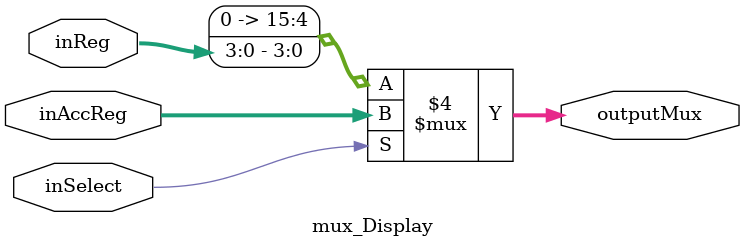
<source format=v>
`timescale 1ns / 1ps

module mux_Display(inReg, inAccReg, inSelect, outputMux);

//input from Input Register
input [3:0] inReg;
//input from Account Register
input [15:0] inAccReg;
//selector
input inSelect;
//Final Output, this is the output that we see in the simulation
output reg [15:0] outputMux;

//fire when something change
always @ (*)
    //if select is 0, then the output will be the input register
    if(inSelect == 0)
        outputMux <= inReg;
        //else the output will be the account register
    else 
        outputMux <= inAccReg;
endmodule

</source>
